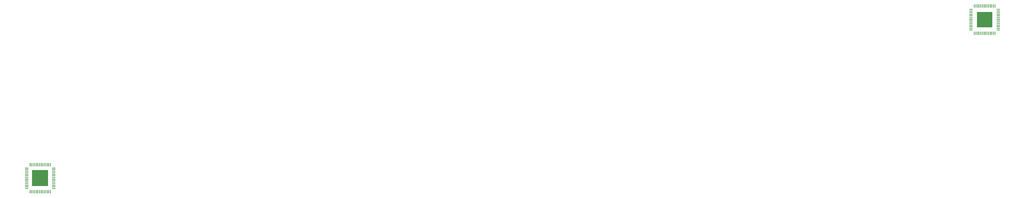
<source format=gbr>
G04 Gerber file generated by Gerbonara*
%TF.GenerationSoftware,KiCad,Pcbnew,8.0.2-1*%
%TF.CreationDate,2024-09-09T14:50:12+01:00*%
%TF.ProjectId,test_module_1,74657374-5f6d-46f6-9475-6c655f312e6b,rev?*%
%TF.SameCoordinates,Original*%
%TF.FileFunction,Soldermask,Top*%
%TF.FilePolarity,Negative*%
%MOMM*%
%FSLAX45Y45*%
%IPPOS*%
G75
%LPD*%
%AMCALCM10*
0 Fully substituted instance of RoundRect macro*
0 Original parameters: 0.05X-0.35X-0.05X0.35X-0.05X0.35X0.05X-0.35X0.05*
4,1,4,-0.35,-0.05,0.35,-0.05,0.35,0.05,-0.35,0.05,-0.35,-0.05,0*
1,1,0.1,-0.35,-0.05,0*
1,1,0.1,0.35,-0.05,0*
1,1,0.1,0.35,0.05,0*
1,1,0.1,-0.35,0.05,0*
20,1,0.1,-0.35,-0.05,0.35,-0.05,0*
20,1,0.1,0.35,-0.05,0.35,0.05,0*
20,1,0.1,0.35,0.05,-0.35,0.05,0*
20,1,0.1,-0.35,0.05,-0.35,-0.05,0*
%
%AMCALCM11*
0 Fully substituted instance of RoundRect macro*
0 Original parameters: 0.05X-0.05X-0.35X0.05X-0.35X0.05X0.35X-0.05X0.35*
4,1,4,-0.05,-0.35,0.05,-0.35,0.05,0.35,-0.05,0.35,-0.05,-0.35,0*
1,1,0.1,-0.05,-0.35,0*
1,1,0.1,0.05,-0.35,0*
1,1,0.1,0.05,0.35,0*
1,1,0.1,-0.05,0.35,0*
20,1,0.1,-0.05,-0.35,0.05,-0.35,0*
20,1,0.1,0.05,-0.35,0.05,0.35,0*
20,1,0.1,0.05,0.35,-0.05,0.35,0*
20,1,0.1,-0.05,0.35,-0.05,-0.35,0*
%
%AMCALCM13*
0 Fully substituted instance of GNX91F5AA1BB783B403 macro*
0 Original parameters: 0.05X-0.35X-0.05X0.35X-0.05X0.35X0.05X-0.35X0.05*
4,1,4,-0.05,0.35,-0.05,-0.35,0.05,-0.35,0.05,0.35,-0.05,0.35,0*
1,1,0.1,-0.05,0.35,0*
1,1,0.1,-0.05,-0.35,0*
1,1,0.1,0.05,-0.35,0*
1,1,0.1,0.05,0.35,0*
20,1,0.1,-0.05,0.35,-0.05,-0.35,0*
20,1,0.1,-0.05,-0.35,0.05,-0.35,0*
20,1,0.1,0.05,-0.35,0.05,0.35,0*
20,1,0.1,0.05,0.35,-0.05,0.35,0*
%
%AMCALCM14*
0 Fully substituted instance of GNX91F5AA1BB783B403 macro*
0 Original parameters: 0.05X-0.05X-0.35X0.05X-0.35X0.05X0.35X-0.05X0.35*
4,1,4,-0.35,0.05,-0.35,-0.05,0.35,-0.05,0.35,0.05,-0.35,0.05,0*
1,1,0.1,-0.35,0.05,0*
1,1,0.1,-0.35,-0.05,0*
1,1,0.1,0.35,-0.05,0*
1,1,0.1,0.35,0.05,0*
20,1,0.1,-0.35,0.05,-0.35,-0.05,0*
20,1,0.1,-0.35,-0.05,0.35,-0.05,0*
20,1,0.1,0.35,-0.05,0.35,0.05,0*
20,1,0.1,0.35,0.05,-0.35,0.05,0*
%
%AMCALCM15*
0 Fully substituted instance of GNR macro*
0 Original parameters: 4.0X4.0X0X0X1.570795*
20,1,4,-2,-0.000003,2,0.000003,0*
1,0,0,0,0,0*
%
%ADD10CALCM10*%
%ADD11CALCM11*%
%ADD12R,4.0X4.0*%
%ADD13CALCM13*%
%ADD14CALCM14*%
%ADD15CALCM15*%
D10*
X013655000Y-009707000D03*
X013655000Y-009747000D03*
X013655000Y-009787000D03*
X013655000Y-009827000D03*
X013655000Y-009867000D03*
X013655000Y-009907000D03*
X013655000Y-009947000D03*
X013655000Y-009987000D03*
X013655000Y-010027000D03*
X013655000Y-010067000D03*
X013655000Y-010107000D03*
X013655000Y-010147000D03*
X013655000Y-010187000D03*
X013655000Y-010227000D03*
D11*
X013740000Y-010312000D03*
X013780000Y-010312000D03*
X013820000Y-010312000D03*
X013860000Y-010312000D03*
X013900000Y-010312000D03*
X013940000Y-010312000D03*
X013980000Y-010312000D03*
X014020000Y-010312000D03*
X014060000Y-010312000D03*
X014100000Y-010312000D03*
X014140000Y-010312000D03*
X014180000Y-010312000D03*
X014220000Y-010312000D03*
X014260000Y-010312000D03*
D10*
X014345000Y-010227000D03*
X014345000Y-010187000D03*
X014345000Y-010147000D03*
X014345000Y-010107000D03*
X014345000Y-010067000D03*
X014345000Y-010027000D03*
X014345000Y-009987000D03*
X014345000Y-009947000D03*
X014345000Y-009907000D03*
X014345000Y-009867000D03*
X014345000Y-009827000D03*
X014345000Y-009787000D03*
X014345000Y-009747000D03*
X014345000Y-009707000D03*
D11*
X014260000Y-009622000D03*
X014220000Y-009622000D03*
X014180000Y-009622000D03*
X014140000Y-009622000D03*
X014100000Y-009622000D03*
X014060000Y-009622000D03*
X014020000Y-009622000D03*
X013980000Y-009622000D03*
X013940000Y-009622000D03*
X013900000Y-009622000D03*
X013860000Y-009622000D03*
X013820000Y-009622000D03*
X013780000Y-009622000D03*
X013740000Y-009622000D03*
D12*
X014000000Y-009967000D03*
D13*
X-009706482Y-013654513D03*
X-009746482Y-013654513D03*
X-009786482Y-013654513D03*
X-009826482Y-013654513D03*
X-009866482Y-013654513D03*
X-009906482Y-013654513D03*
X-009946482Y-013654513D03*
X-009986482Y-013654513D03*
X-010026482Y-013654513D03*
X-010066482Y-013654513D03*
X-010106482Y-013654513D03*
X-010146482Y-013654513D03*
X-010186482Y-013654514D03*
X-010226482Y-013654514D03*
D14*
X-010311482Y-013739514D03*
X-010311482Y-013779514D03*
X-010311482Y-013819514D03*
X-010311482Y-013859514D03*
X-010311482Y-013899514D03*
X-010311482Y-013939514D03*
X-010311481Y-013979514D03*
X-010311481Y-014019514D03*
X-010311481Y-014059514D03*
X-010311481Y-014099514D03*
X-010311481Y-014139514D03*
X-010311481Y-014179514D03*
X-010311481Y-014219514D03*
X-010311481Y-014259514D03*
D13*
X-010226481Y-014344514D03*
X-010186481Y-014344514D03*
X-010146481Y-014344513D03*
X-010106481Y-014344513D03*
X-010066481Y-014344513D03*
X-010026481Y-014344513D03*
X-009986481Y-014344513D03*
X-009946481Y-014344513D03*
X-009906481Y-014344513D03*
X-009866481Y-014344513D03*
X-009826481Y-014344513D03*
X-009786481Y-014344513D03*
X-009746481Y-014344513D03*
X-009706481Y-014344513D03*
D14*
X-009621481Y-014259513D03*
X-009621481Y-014219513D03*
X-009621481Y-014179513D03*
X-009621481Y-014139513D03*
X-009621481Y-014099513D03*
X-009621481Y-014059513D03*
X-009621481Y-014019513D03*
X-009621481Y-013979513D03*
X-009621482Y-013939513D03*
X-009621482Y-013899513D03*
X-009621482Y-013859513D03*
X-009621482Y-013819513D03*
X-009621482Y-013779513D03*
X-009621482Y-013739513D03*
D15*
X-009966481Y-013999513D03*
M02*
</source>
